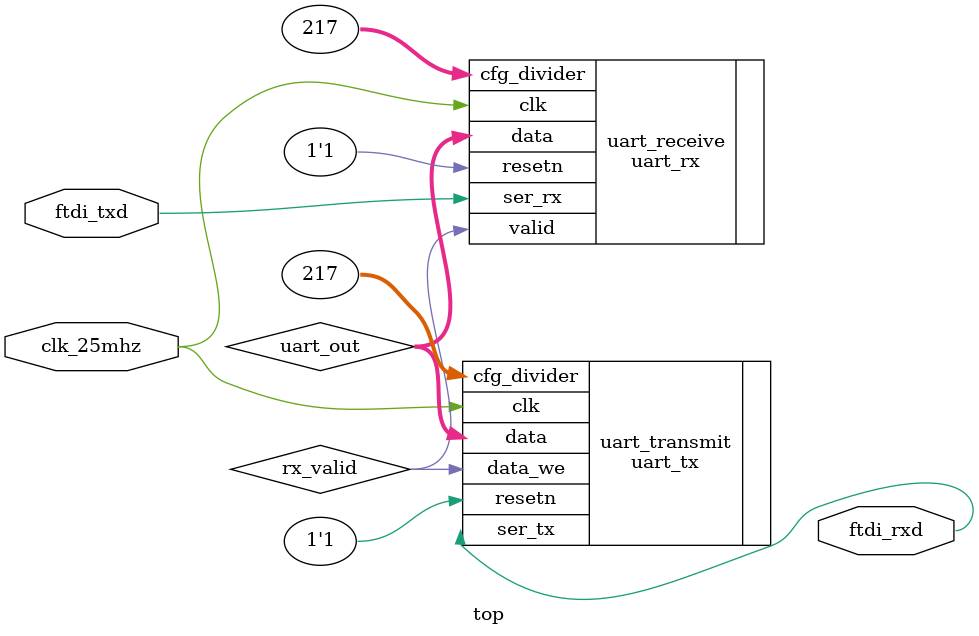
<source format=v>
module top (
  input  clk_25mhz,
  input  ftdi_txd,
  output ftdi_rxd
);   

  wire rx_valid;
  wire [7:0] uart_out;
  
  uart_rx uart_receive(
    .clk(clk_25mhz),
    .resetn(1'b1),
    .ser_rx(ftdi_txd),
    .cfg_divider(25000000/115200),
    .data(uart_out),
    .valid(rx_valid)
  );

  uart_tx uart_transmit(
    .clk(clk_25mhz),
    .resetn(1'b1),
    .ser_tx(ftdi_rxd),
    .cfg_divider(25000000/115200),
    .data(uart_out),
    .data_we(rx_valid)
  );

endmodule

</source>
